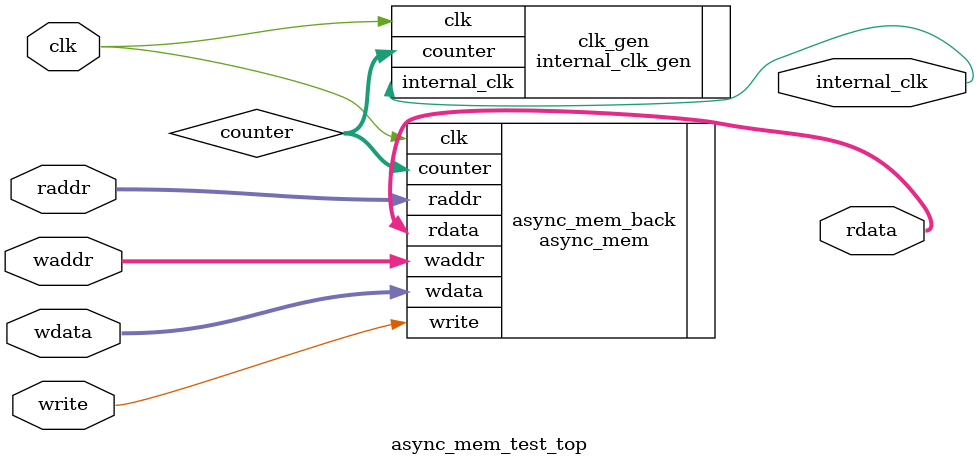
<source format=v>
`timescale 1ns/1ns


module async_mem_test_top(
    input clk,
    output internal_clk,
    
    
    input [7:0] raddr,
    output [31:0] rdata,
    
    input [7:0] waddr,
    input write,
    input [31:0] wdata
);

wire [1:0] counter;

internal_clk_gen clk_gen(
    .clk(clk),
    .internal_clk(internal_clk),
    
    .counter(counter)
);

async_mem async_mem_back(
    .clk(clk),
    .counter(counter),
    
    .raddr(raddr),
    .rdata(rdata),
    .waddr(waddr),
    .write(write),
    .wdata(wdata)
);

endmodule

</source>
